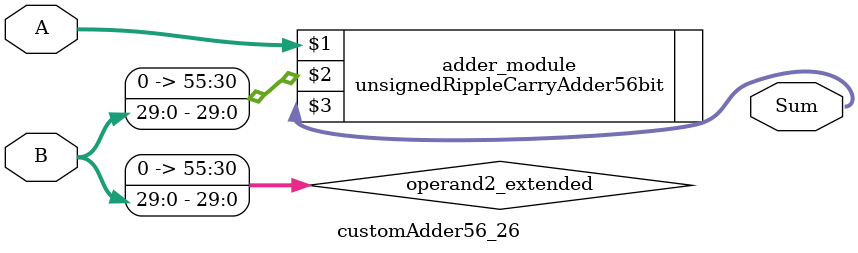
<source format=v>
module customAdder56_26(
                        input [55 : 0] A,
                        input [29 : 0] B,
                        
                        output [56 : 0] Sum
                );

        wire [55 : 0] operand2_extended;
        
        assign operand2_extended =  {26'b0, B};
        
        unsignedRippleCarryAdder56bit adder_module(
            A,
            operand2_extended,
            Sum
        );
        
        endmodule
        
</source>
